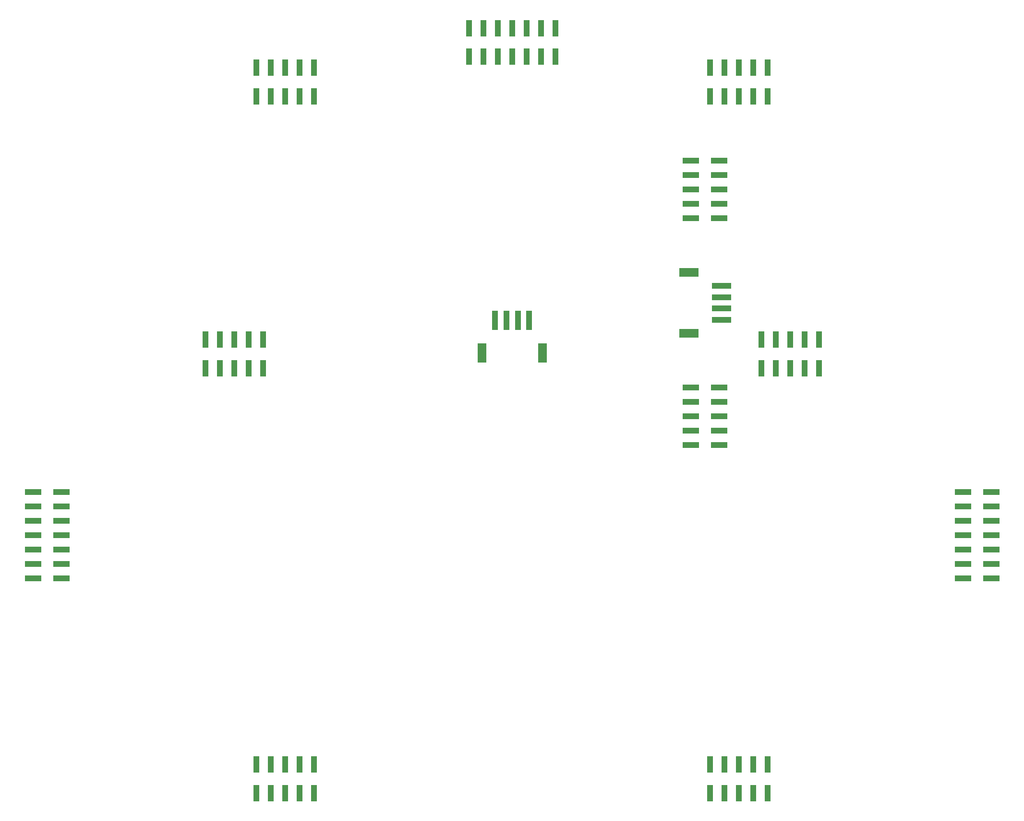
<source format=gtp>
G04 #@! TF.GenerationSoftware,KiCad,Pcbnew,9.0.2*
G04 #@! TF.CreationDate,2025-06-02T15:36:06+01:00*
G04 #@! TF.ProjectId,NB3_body,4e42335f-626f-4647-992e-6b696361645f,0.0.6*
G04 #@! TF.SameCoordinates,PX76bb820PYd4ab5c0*
G04 #@! TF.FileFunction,Paste,Top*
G04 #@! TF.FilePolarity,Positive*
%FSLAX46Y46*%
G04 Gerber Fmt 4.6, Leading zero omitted, Abs format (unit mm)*
G04 Created by KiCad (PCBNEW 9.0.2) date 2025-06-02 15:36:06*
%MOMM*%
%LPD*%
G01*
G04 APERTURE LIST*
%ADD10R,1.000000X3.000000*%
%ADD11R,3.000000X1.000000*%
%ADD12R,0.990600X3.505200*%
%ADD13R,1.600200X3.505200*%
%ADD14R,3.505200X0.990600*%
%ADD15R,3.505200X1.600200*%
G04 APERTURE END LIST*
D10*
X-45080000Y187520000D03*
X-45080000Y182480000D03*
X-42540000Y187520000D03*
X-42540000Y182480000D03*
X-40000000Y187520000D03*
X-40000000Y182480000D03*
X-37460000Y187520000D03*
X-37460000Y182480000D03*
X-34920000Y187520000D03*
X-34920000Y182480000D03*
X34920000Y187520000D03*
X34920000Y182480000D03*
X37460000Y187520000D03*
X37460000Y182480000D03*
X40000000Y187520000D03*
X40000000Y182480000D03*
X42540000Y187520000D03*
X42540000Y182480000D03*
X45080000Y187520000D03*
X45080000Y182480000D03*
X43920000Y139520000D03*
X43920000Y134480000D03*
X46460000Y139520000D03*
X46460000Y134480000D03*
X49000000Y139520000D03*
X49000000Y134480000D03*
X51540000Y139520000D03*
X51540000Y134480000D03*
X54080000Y139520000D03*
X54080000Y134480000D03*
D11*
X-79480000Y112620000D03*
X-84520000Y112620000D03*
X-79480000Y110080000D03*
X-84520000Y110080000D03*
X-79480000Y107540000D03*
X-84520000Y107540000D03*
X-79480000Y105000000D03*
X-84520000Y105000000D03*
X-79480000Y102460000D03*
X-84520000Y102460000D03*
X-79480000Y99920000D03*
X-84520000Y99920000D03*
X-79480000Y97380000D03*
X-84520000Y97380000D03*
D12*
X-3000000Y142944701D03*
X-1000002Y142944701D03*
X999999Y142944701D03*
X2999998Y142944701D03*
D13*
X5349998Y137194699D03*
X-5350001Y137194699D03*
D10*
X-7620000Y194520000D03*
X-7620000Y189480000D03*
X-5080000Y194520000D03*
X-5080000Y189480000D03*
X-2540000Y194520000D03*
X-2540000Y189480000D03*
X0Y194520000D03*
X0Y189480000D03*
X2540000Y194520000D03*
X2540000Y189480000D03*
X5080000Y194520000D03*
X5080000Y189480000D03*
X7620000Y194520000D03*
X7620000Y189480000D03*
D11*
X36520000Y131080000D03*
X31480000Y131080000D03*
X36520000Y128540000D03*
X31480000Y128540000D03*
X36520000Y126000000D03*
X31480000Y126000000D03*
X36520000Y123460000D03*
X31480000Y123460000D03*
X36520000Y120920000D03*
X31480000Y120920000D03*
D10*
X-54080000Y139520000D03*
X-54080000Y134480000D03*
X-51540000Y139520000D03*
X-51540000Y134480000D03*
X-49000000Y139520000D03*
X-49000000Y134480000D03*
X-46460000Y139520000D03*
X-46460000Y134480000D03*
X-43920000Y139520000D03*
X-43920000Y134480000D03*
X-45080000Y64520000D03*
X-45080000Y59480000D03*
X-42540000Y64520000D03*
X-42540000Y59480000D03*
X-40000000Y64520000D03*
X-40000000Y59480000D03*
X-37460000Y64520000D03*
X-37460000Y59480000D03*
X-34920000Y64520000D03*
X-34920000Y59480000D03*
D14*
X36944701Y149000000D03*
X36944701Y147000002D03*
X36944701Y145000001D03*
X36944701Y143000002D03*
D15*
X31194699Y140650002D03*
X31194699Y151350001D03*
D11*
X84520000Y112620000D03*
X79480000Y112620000D03*
X84520000Y110080000D03*
X79480000Y110080000D03*
X84520000Y107540000D03*
X79480000Y107540000D03*
X84520000Y105000000D03*
X79480000Y105000000D03*
X84520000Y102460000D03*
X79480000Y102460000D03*
X84520000Y99920000D03*
X79480000Y99920000D03*
X84520000Y97380000D03*
X79480000Y97380000D03*
X36520000Y171080000D03*
X31480000Y171080000D03*
X36520000Y168540000D03*
X31480000Y168540000D03*
X36520000Y166000000D03*
X31480000Y166000000D03*
X36520000Y163460000D03*
X31480000Y163460000D03*
X36520000Y160920000D03*
X31480000Y160920000D03*
D10*
X34920000Y64520000D03*
X34920000Y59480000D03*
X37460000Y64520000D03*
X37460000Y59480000D03*
X40000000Y64520000D03*
X40000000Y59480000D03*
X42540000Y64520000D03*
X42540000Y59480000D03*
X45080000Y64520000D03*
X45080000Y59480000D03*
M02*

</source>
